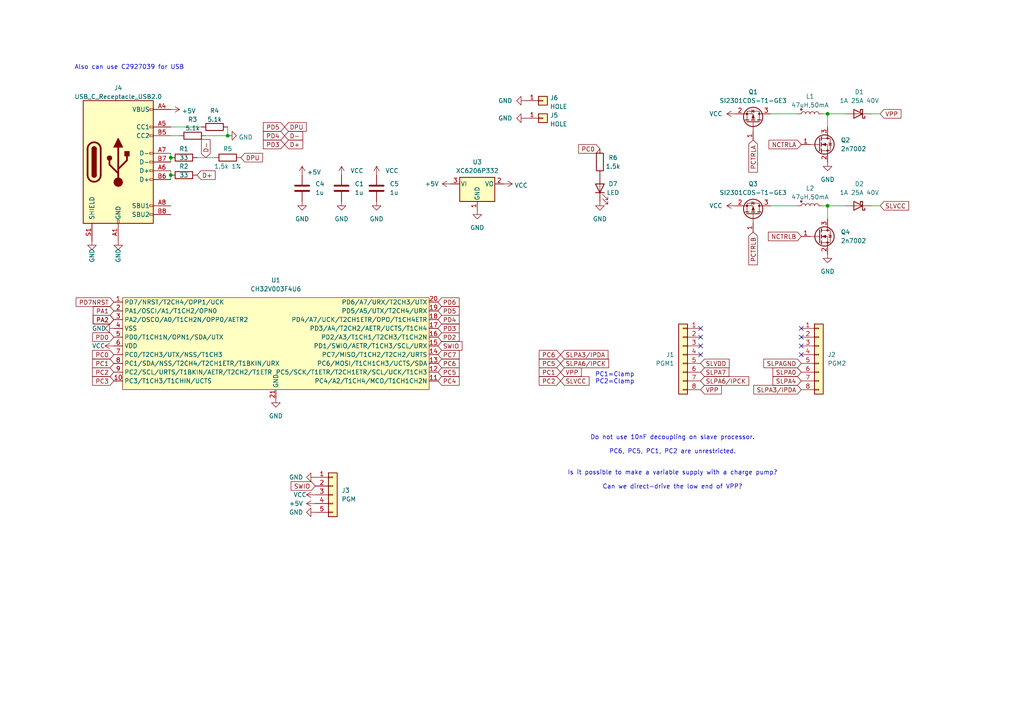
<source format=kicad_sch>
(kicad_sch (version 20250114) (generator "eeschema") (generator_version "9.0")
  (paper "A4")
  (lib_symbols
    (symbol "CH32V003F4U6:CH32V003F4U6"
      (property "Reference" "U" (at 0 0 0))
      (property "Value" "CH32V003F4U6" (at 0 3.81 0))
      (symbol "CH32V003F4U6_0_1"
        (rectangle (start -44.45 12.7) (end 44.45 -13.97) (fill (type background)))
      )
      (symbol "CH32V003F4U6_1_1"
        (pin bidirectional line (at -46.99 11.43 0) (length 2.54) (name "PD7/NRST/T2CH4/OPP1/UCK") (number "1"))
        (pin bidirectional line (at -46.99 8.89 0) (length 2.54) (name "PA1/OSCI/A1/T1CH2/OPN0") (number "2"))
        (pin bidirectional line (at -46.99 6.35 0) (length 2.54) (name "PA2/OSCO/A0/T1CH2N/OPP0/AETR2") (number "3"))
        (pin bidirectional line (at -46.99 3.81 0) (length 2.54) (name "VSS") (number "4"))
        (pin bidirectional line (at -46.99 1.27 0) (length 2.54) (name "PD0/T1CH1N/OPN1/SDA/UTX") (number "5"))
        (pin bidirectional line (at -46.99 -1.27 0) (length 2.54) (name "VDD") (number "6"))
        (pin bidirectional line (at -46.99 -3.81 0) (length 2.54) (name "PC0/T2CH3/UTX/NSS/T1CH3") (number "7"))
        (pin bidirectional line (at -46.99 -6.35 0) (length 2.54) (name "PC1/SDA/NSS/T2CH4/T2CH1ETR/T1BKIN/URX") (number "8"))
        (pin bidirectional line (at -46.99 -8.89 0) (length 2.54) (name "PC2/SCL/URTS/T1BKIN/AETR/T2CH2/T1ETR") (number "9"))
        (pin bidirectional line (at -46.99 -11.43 0) (length 2.54) (name "PC3/T1CH3/T1CHIN/UCTS") (number "10"))
        (pin bidirectional line (at 0 -16.51 90) (length 2.54) (name "GND") (number "21"))
        (pin bidirectional line (at 46.99 11.43 180) (length 2.54) (name "PD6/A7/URX/T2CH3/UTX") (number "20"))
        (pin bidirectional line (at 46.99 8.89 180) (length 2.54) (name "PD5/A5/UTX/T2CH4/URX") (number "19"))
        (pin bidirectional line (at 46.99 6.35 180) (length 2.54) (name "PD4/A7/UCK/T2CH1ETR/OPO/T1CH4ETR") (number "18"))
        (pin bidirectional line (at 46.99 3.81 180) (length 2.54) (name "PD3/A4/T2CH2/AETR/UCTS/T1CH4") (number "17"))
        (pin bidirectional line (at 46.99 1.27 180) (length 2.54) (name "PD2/A3/T1CH1/T2CH3/T1CH2N") (number "16"))
        (pin bidirectional line (at 46.99 -1.27 180) (length 2.54) (name "PD1/SWIO/AETR/T1CH3/SCL/URX") (number "15"))
        (pin bidirectional line (at 46.99 -3.81 180) (length 2.54) (name "PC7/MISO/T1CH2/T2CH2/URTS") (number "14"))
        (pin bidirectional line (at 46.99 -6.35 180) (length 2.54) (name "PC6/MOSI/T1CH1CH3/UCTS/SDA") (number "13"))
        (pin bidirectional line (at 46.99 -8.89 180) (length 2.54) (name "PC5/SCK/T1ETR/T2CH1ETR/SCL/UCK/T1CH3") (number "12"))
        (pin bidirectional line (at 46.99 -11.43 180) (length 2.54) (name "PC4/A2/T1CH4/MCO/T1CH1CH2N") (number "11"))
      )
    )
    (symbol "Connector:USB_C_Receptacle_USB2.0" (pin_names (offset 1.016))
      (property "Reference" "J" (at -10.16 19.05 0))
      (property "Value" "USB_C_Receptacle_USB2.0" (at 19.05 19.05 0))
      (symbol "USB_C_Receptacle_USB2.0_0_0"
        (rectangle (start -0.254 -17.78) (end 0.254 -16.764))
        (rectangle (start 10.16 15.494) (end 9.144 14.986))
        (rectangle (start 10.16 10.414) (end 9.144 9.906))
        (rectangle (start 10.16 7.874) (end 9.144 7.366))
        (rectangle (start 10.16 2.794) (end 9.144 2.286))
        (rectangle (start 10.16 0.254) (end 9.144 -0.254))
        (rectangle (start 10.16 -2.286) (end 9.144 -2.794))
        (rectangle (start 10.16 -4.826) (end 9.144 -5.334))
        (rectangle (start 10.16 -12.446) (end 9.144 -12.954))
        (rectangle (start 10.16 -14.986) (end 9.144 -15.494))
      )
      (symbol "USB_C_Receptacle_USB2.0_0_1"
        (rectangle (start -10.16 17.78) (end 10.16 -17.78) (stroke (width 0.254)) (fill (type background)))
        (polyline (pts (xy -8.89 -3.81) (xy -8.89 3.81)) (stroke (width 0.508)))
        (rectangle (start -7.62 -3.81) (end -6.35 3.81) (stroke (width 0.254)) (fill (type outline)))
        (arc (start -7.62 3.81) (mid -6.985 4.4422) (end -6.35 3.81) (stroke (width 0.254)))
        (arc (start -7.62 3.81) (mid -6.985 4.4422) (end -6.35 3.81) (stroke (width 0.254)) (fill (type outline)))
        (arc (start -8.89 3.81) (mid -6.985 5.7066) (end -5.08 3.81) (stroke (width 0.508)))
        (arc (start -5.08 -3.81) (mid -6.985 -5.7066) (end -8.89 -3.81) (stroke (width 0.508)))
        (arc (start -6.35 -3.81) (mid -6.985 -4.4422) (end -7.62 -3.81) (stroke (width 0.254)))
        (arc (start -6.35 -3.81) (mid -6.985 -4.4422) (end -7.62 -3.81) (stroke (width 0.254)) (fill (type outline)))
        (polyline (pts (xy -5.08 3.81) (xy -5.08 -3.81)) (stroke (width 0.508)))
        (circle (center -2.54 1.143) (radius 0.635) (stroke (width 0.254)) (fill (type outline)))
        (polyline (pts (xy -1.27 4.318) (xy 0 6.858) (xy 1.27 4.318) (xy -1.27 4.318)) (stroke (width 0.254)) (fill (type outline)))
        (polyline (pts (xy 0 -2.032) (xy 2.54 0.508) (xy 2.54 1.778)) (stroke (width 0.508)))
        (polyline (pts (xy 0 -3.302) (xy -2.54 -0.762) (xy -2.54 0.508)) (stroke (width 0.508)))
        (polyline (pts (xy 0 -5.842) (xy 0 4.318)) (stroke (width 0.508)))
        (circle (center 0 -5.842) (radius 1.27) (fill (type outline)))
        (rectangle (start 1.905 1.778) (end 3.175 3.048) (stroke (width 0.254)) (fill (type outline)))
      )
      (symbol "USB_C_Receptacle_USB2.0_1_1"
        (pin passive line (at -7.62 -22.86 90) (length 5.08) (name "SHIELD") (number "S1"))
        (pin passive line (at 0 -22.86 90) (length 5.08) (name "GND") (number "A1"))
        (pin passive line (at 0 -22.86 90) (length 5.08) (hide yes) (name "GND") (number "A12"))
        (pin passive line (at 0 -22.86 90) (length 5.08) (hide yes) (name "GND") (number "B1"))
        (pin passive line (at 0 -22.86 90) (length 5.08) (hide yes) (name "GND") (number "B12"))
        (pin passive line (at 15.24 15.24 180) (length 5.08) (name "VBUS") (number "A4"))
        (pin passive line (at 15.24 15.24 180) (length 5.08) (hide yes) (name "VBUS") (number "A9"))
        (pin passive line (at 15.24 15.24 180) (length 5.08) (hide yes) (name "VBUS") (number "B4"))
        (pin passive line (at 15.24 15.24 180) (length 5.08) (hide yes) (name "VBUS") (number "B9"))
        (pin bidirectional line (at 15.24 10.16 180) (length 5.08) (name "CC1") (number "A5"))
        (pin bidirectional line (at 15.24 7.62 180) (length 5.08) (name "CC2") (number "B5"))
        (pin bidirectional line (at 15.24 2.54 180) (length 5.08) (name "D-") (number "A7"))
        (pin bidirectional line (at 15.24 0 180) (length 5.08) (name "D-") (number "B7"))
        (pin bidirectional line (at 15.24 -2.54 180) (length 5.08) (name "D+") (number "A6"))
        (pin bidirectional line (at 15.24 -5.08 180) (length 5.08) (name "D+") (number "B6"))
        (pin bidirectional line (at 15.24 -12.7 180) (length 5.08) (name "SBU1") (number "A8"))
        (pin bidirectional line (at 15.24 -15.24 180) (length 5.08) (name "SBU2") (number "B8"))
      )
    )
    (symbol "Connector_Generic:Conn_01x01" (pin_names (offset 1.016) (hide yes))
      (property "Reference" "J" (at 0 2.54 0))
      (property "Value" "Conn_01x01" (at 0 -2.54 0))
      (symbol "Conn_01x01_1_1"
        (rectangle (start -1.27 1.27) (end 1.27 -1.27) (stroke (width 0.254)) (fill (type background)))
        (rectangle (start -1.27 0.127) (end 0 -0.127) (stroke (width 0.1524)))
        (pin passive line (at -5.08 0 0) (length 3.81) (name "Pin_1") (number "1"))
      )
    )
    (symbol "Connector_Generic:Conn_01x05" (pin_names (offset 1.016) (hide yes))
      (property "Reference" "J" (at 0 7.62 0))
      (property "Value" "Conn_01x05" (at 0 -7.62 0))
      (symbol "Conn_01x05_1_1"
        (rectangle (start -1.27 6.35) (end 1.27 -6.35) (stroke (width 0.254)) (fill (type background)))
        (rectangle (start -1.27 5.207) (end 0 4.953) (stroke (width 0.1524)))
        (rectangle (start -1.27 2.667) (end 0 2.413) (stroke (width 0.1524)))
        (rectangle (start -1.27 0.127) (end 0 -0.127) (stroke (width 0.1524)))
        (rectangle (start -1.27 -2.413) (end 0 -2.667) (stroke (width 0.1524)))
        (rectangle (start -1.27 -4.953) (end 0 -5.207) (stroke (width 0.1524)))
        (pin passive line (at -5.08 5.08 0) (length 3.81) (name "Pin_1") (number "1"))
        (pin passive line (at -5.08 2.54 0) (length 3.81) (name "Pin_2") (number "2"))
        (pin passive line (at -5.08 0 0) (length 3.81) (name "Pin_3") (number "3"))
        (pin passive line (at -5.08 -2.54 0) (length 3.81) (name "Pin_4") (number "4"))
        (pin passive line (at -5.08 -5.08 0) (length 3.81) (name "Pin_5") (number "5"))
      )
    )
    (symbol "Connector_Generic:Conn_01x08" (pin_names (offset 1.016) (hide yes))
      (property "Reference" "J" (at 0 10.16 0))
      (property "Value" "Conn_01x08" (at 0 -12.7 0))
      (symbol "Conn_01x08_1_1"
        (rectangle (start -1.27 8.89) (end 1.27 -11.43) (stroke (width 0.254)) (fill (type background)))
        (rectangle (start -1.27 7.747) (end 0 7.493) (stroke (width 0.1524)))
        (rectangle (start -1.27 5.207) (end 0 4.953) (stroke (width 0.1524)))
        (rectangle (start -1.27 2.667) (end 0 2.413) (stroke (width 0.1524)))
        (rectangle (start -1.27 0.127) (end 0 -0.127) (stroke (width 0.1524)))
        (rectangle (start -1.27 -2.413) (end 0 -2.667) (stroke (width 0.1524)))
        (rectangle (start -1.27 -4.953) (end 0 -5.207) (stroke (width 0.1524)))
        (rectangle (start -1.27 -7.493) (end 0 -7.747) (stroke (width 0.1524)))
        (rectangle (start -1.27 -10.033) (end 0 -10.287) (stroke (width 0.1524)))
        (pin passive line (at -5.08 7.62 0) (length 3.81) (name "Pin_1") (number "1"))
        (pin passive line (at -5.08 5.08 0) (length 3.81) (name "Pin_2") (number "2"))
        (pin passive line (at -5.08 2.54 0) (length 3.81) (name "Pin_3") (number "3"))
        (pin passive line (at -5.08 0 0) (length 3.81) (name "Pin_4") (number "4"))
        (pin passive line (at -5.08 -2.54 0) (length 3.81) (name "Pin_5") (number "5"))
        (pin passive line (at -5.08 -5.08 0) (length 3.81) (name "Pin_6") (number "6"))
        (pin passive line (at -5.08 -7.62 0) (length 3.81) (name "Pin_7") (number "7"))
        (pin passive line (at -5.08 -10.16 0) (length 3.81) (name "Pin_8") (number "8"))
      )
    )
    (symbol "Device:C" (pin_numbers (hide yes)) (pin_names (offset 0.254))
      (property "Reference" "C" (at 0.635 2.54 0))
      (property "Value" "C" (at 0.635 -2.54 0))
      (symbol "C_0_1"
        (polyline (pts (xy -2.032 0.762) (xy 2.032 0.762)) (stroke (width 0.508)))
        (polyline (pts (xy -2.032 -0.762) (xy 2.032 -0.762)) (stroke (width 0.508)))
      )
      (symbol "C_1_1"
        (pin passive line (at 0 3.81 270) (length 2.794) (name "~") (number "1"))
        (pin passive line (at 0 -3.81 90) (length 2.794) (name "~") (number "2"))
      )
    )
    (symbol "Device:D_Schottky" (pin_numbers (hide yes)) (pin_names (offset 1.016) (hide yes))
      (property "Reference" "D" (at 0 2.54 0))
      (property "Value" "D_Schottky" (at 0 -2.54 0))
      (symbol "D_Schottky_0_1"
        (polyline (pts (xy -1.905 0.635) (xy -1.905 1.27) (xy -1.27 1.27) (xy -1.27 -1.27) (xy -0.635 -1.27) (xy -0.635 -0.635)) (stroke (width 0.254)))
        (polyline (pts (xy 1.27 1.27) (xy 1.27 -1.27) (xy -1.27 0) (xy 1.27 1.27)) (stroke (width 0.254)))
        (polyline (pts (xy 1.27 0) (xy -1.27 0)))
      )
      (symbol "D_Schottky_1_1"
        (pin passive line (at -3.81 0 0) (length 2.54) (name "K") (number "1"))
        (pin passive line (at 3.81 0 180) (length 2.54) (name "A") (number "2"))
      )
    )
    (symbol "Device:L" (pin_numbers (hide yes)) (pin_names (offset 1.016) (hide yes))
      (property "Reference" "L1" (at 5.08 0 90))
      (property "Value" "47uH,50mA" (at 2.54 0 90))
      (symbol "L_0_1"
        (arc (start 0 2.54) (mid 0.6323 1.905) (end 0 1.27))
        (arc (start 0 1.27) (mid 0.6323 0.635) (end 0 0))
        (arc (start 0 0) (mid 0.6323 -0.635) (end 0 -1.27))
        (arc (start 0 -1.27) (mid 0.6323 -1.905) (end 0 -2.54))
      )
      (symbol "L_1_1"
        (circle (center 1.27 2.54) (radius 0.254) (fill (type outline)))
        (pin passive line (at 0 3.81 270) (length 1.27) (name "1") (number "1"))
        (pin passive line (at 0 -3.81 90) (length 1.27) (name "2") (number "2"))
      )
    )
    (symbol "Device:LED" (pin_numbers (hide yes)) (pin_names (offset 1.016) (hide yes))
      (property "Reference" "D" (at 0 2.54 0))
      (property "Value" "LED" (at 0 -2.54 0))
      (symbol "LED_0_1"
        (polyline (pts (xy -3.048 -0.762) (xy -4.572 -2.286) (xy -3.81 -2.286) (xy -4.572 -2.286) (xy -4.572 -1.524)))
        (polyline (pts (xy -1.778 -0.762) (xy -3.302 -2.286) (xy -2.54 -2.286) (xy -3.302 -2.286) (xy -3.302 -1.524)))
        (polyline (pts (xy -1.27 0) (xy 1.27 0)))
        (polyline (pts (xy -1.27 -1.27) (xy -1.27 1.27)) (stroke (width 0.254)))
        (polyline (pts (xy 1.27 -1.27) (xy 1.27 1.27) (xy -1.27 0) (xy 1.27 -1.27)) (stroke (width 0.254)))
      )
      (symbol "LED_1_1"
        (pin passive line (at -3.81 0 0) (length 2.54) (name "K") (number "1"))
        (pin passive line (at 3.81 0 180) (length 2.54) (name "A") (number "2"))
      )
    )
    (symbol "Device:Q_NMOS_GSD" (pin_names (offset 0) (hide yes))
      (property "Reference" "Q" (at 5.08 1.27 0))
      (property "Value" "Q_NMOS_GSD" (at 5.08 -1.27 0))
      (symbol "Q_NMOS_GSD_0_1"
        (polyline (pts (xy 0.254 1.905) (xy 0.254 -1.905)) (stroke (width 0.254)))
        (polyline (pts (xy 0.254 0) (xy -2.54 0)))
        (polyline (pts (xy 0.762 2.286) (xy 0.762 1.27)) (stroke (width 0.254)))
        (polyline (pts (xy 0.762 0.508) (xy 0.762 -0.508)) (stroke (width 0.254)))
        (polyline (pts (xy 0.762 -1.27) (xy 0.762 -2.286)) (stroke (width 0.254)))
        (polyline (pts (xy 0.762 -1.778) (xy 3.302 -1.778) (xy 3.302 1.778) (xy 0.762 1.778)))
        (polyline (pts (xy 1.016 0) (xy 2.032 0.381) (xy 2.032 -0.381) (xy 1.016 0)) (fill (type outline)))
        (circle (center 1.651 0) (radius 2.794) (stroke (width 0.254)))
        (polyline (pts (xy 2.54 2.54) (xy 2.54 1.778)))
        (circle (center 2.54 1.778) (radius 0.254) (fill (type outline)))
        (circle (center 2.54 -1.778) (radius 0.254) (fill (type outline)))
        (polyline (pts (xy 2.54 -2.54) (xy 2.54 0) (xy 0.762 0)))
        (polyline (pts (xy 2.794 0.508) (xy 2.921 0.381) (xy 3.683 0.381) (xy 3.81 0.254)))
        (polyline (pts (xy 3.302 0.381) (xy 2.921 -0.254) (xy 3.683 -0.254) (xy 3.302 0.381)))
      )
      (symbol "Q_NMOS_GSD_1_1"
        (pin input line (at -5.08 0 0) (length 2.54) (name "G") (number "1"))
        (pin passive line (at 2.54 5.08 270) (length 2.54) (name "D") (number "3"))
        (pin passive line (at 2.54 -5.08 90) (length 2.54) (name "S") (number "2"))
      )
    )
    (symbol "Device:Q_PMOS_GSD" (pin_names (offset 0) (hide yes))
      (property "Reference" "Q" (at 5.08 1.27 0))
      (property "Value" "Q_PMOS_GSD" (at 5.08 -1.27 0))
      (symbol "Q_PMOS_GSD_0_1"
        (polyline (pts (xy 0.254 1.905) (xy 0.254 -1.905)) (stroke (width 0.254)))
        (polyline (pts (xy 0.254 0) (xy -2.54 0)))
        (polyline (pts (xy 0.762 2.286) (xy 0.762 1.27)) (stroke (width 0.254)))
        (polyline (pts (xy 0.762 1.778) (xy 3.302 1.778) (xy 3.302 -1.778) (xy 0.762 -1.778)))
        (polyline (pts (xy 0.762 0.508) (xy 0.762 -0.508)) (stroke (width 0.254)))
        (polyline (pts (xy 0.762 -1.27) (xy 0.762 -2.286)) (stroke (width 0.254)))
        (circle (center 1.651 0) (radius 2.794) (stroke (width 0.254)))
        (polyline (pts (xy 2.286 0) (xy 1.27 0.381) (xy 1.27 -0.381) (xy 2.286 0)) (fill (type outline)))
        (polyline (pts (xy 2.54 2.54) (xy 2.54 1.778)))
        (circle (center 2.54 1.778) (radius 0.254) (fill (type outline)))
        (circle (center 2.54 -1.778) (radius 0.254) (fill (type outline)))
        (polyline (pts (xy 2.54 -2.54) (xy 2.54 0) (xy 0.762 0)))
        (polyline (pts (xy 2.794 -0.508) (xy 2.921 -0.381) (xy 3.683 -0.381) (xy 3.81 -0.254)))
        (polyline (pts (xy 3.302 -0.381) (xy 2.921 0.254) (xy 3.683 0.254) (xy 3.302 -0.381)))
      )
      (symbol "Q_PMOS_GSD_1_1"
        (pin input line (at -5.08 0 0) (length 2.54) (name "G") (number "1"))
        (pin passive line (at 2.54 5.08 270) (length 2.54) (name "D") (number "3"))
        (pin passive line (at 2.54 -5.08 90) (length 2.54) (name "S") (number "2"))
      )
    )
    (symbol "Device:R" (pin_numbers (hide yes)) (pin_names (offset 0))
      (property "Reference" "R" (at 2.032 0 90))
      (property "Value" "R" (at 0 0 90))
      (symbol "R_0_1"
        (rectangle (start -1.016 -2.54) (end 1.016 2.54) (stroke (width 0.254)))
      )
      (symbol "R_1_1"
        (pin passive line (at 0 3.81 270) (length 1.27) (name "~") (number "1"))
        (pin passive line (at 0 -3.81 90) (length 1.27) (name "~") (number "2"))
      )
    )
    (symbol "Regulator_Linear:AZ1117-5.0" (pin_names (offset 0.254))
      (property "Reference" "U" (at -3.81 3.175 0))
      (property "Value" "AZ1117-5.0" (at 0 3.175 0))
      (symbol "AZ1117-5.0_0_1"
        (rectangle (start -5.08 1.905) (end 5.08 -5.08) (stroke (width 0.254)) (fill (type background)))
      )
      (symbol "AZ1117-5.0_1_1"
        (pin power_in line (at -7.62 0 0) (length 2.54) (name "VI") (number "3"))
        (pin power_in line (at 0 -7.62 90) (length 2.54) (name "GND") (number "1"))
        (pin power_out line (at 7.62 0 180) (length 2.54) (name "VO") (number "2"))
      )
    )
    (symbol "power:+5V" (power) (pin_names (offset 0))
      (property "Value" "+5V" (at 0 3.556 0))
      (symbol "+5V_0_1"
        (polyline (pts (xy -0.762 1.27) (xy 0 2.54)))
        (polyline (pts (xy 0 2.54) (xy 0.762 1.27)))
        (polyline (pts (xy 0 0) (xy 0 2.54)))
      )
      (symbol "+5V_1_1"
        (pin power_in line (at 0 0 90) (length 0) (hide yes) (name "+5V") (number "1"))
      )
    )
    (symbol "power:GND" (power) (pin_names (offset 0))
      (property "Value" "GND" (at 0 -3.81 0))
      (symbol "GND_0_1"
        (polyline (pts (xy 0 0) (xy 0 -1.27) (xy 1.27 -1.27) (xy 0 -2.54) (xy -1.27 -1.27) (xy 0 -1.27)))
      )
      (symbol "GND_1_1"
        (pin power_in line (at 0 0 270) (length 0) (hide yes) (name "GND") (number "1"))
      )
    )
    (symbol "power:VCC" (power) (pin_names (offset 0))
      (property "Value" "VCC" (at 0 3.81 0))
      (symbol "VCC_0_1"
        (polyline (pts (xy -0.762 1.27) (xy 0 2.54)))
        (polyline (pts (xy 0 2.54) (xy 0.762 1.27)))
        (polyline (pts (xy 0 0) (xy 0 2.54)))
      )
      (symbol "VCC_1_1"
        (pin power_in line (at 0 0 90) (length 0) (hide yes) (name "VCC") (number "1"))
      )
    )
  )
  (text "PC1=Clamp\nPC2=Clamp" (at 178.308 109.728 0) (effects (font (size 1.27 1.27))))
  (text "Also can use C2927039 for USB" (at 21.59 20.32 0) (effects (font (size 1.27 1.27)) (justify left bottom)))
  (text "Do not use 10nF decoupling on slave processor.\n\nPC6, PC5, PC1, PC2 are unrestricted.\n\n\nIs it possible to make a variable supply with a charge pump?\n\nCan we direct-drive the low end of VPP?" (at 195.072 134.112 0) (effects (font (size 1.27 1.27))))
  (junction (at 49.53 50.8))
  (junction (at 66.04 39.37))
  (junction (at 49.53 45.72))
  (junction (at 240.03 59.69))
  (junction (at 240.03 33.02))
  (no_connect (at 232.41 102.87))
  (no_connect (at 203.2 100.33))
  (no_connect (at 232.41 100.33))
  (no_connect (at 203.2 97.79))
  (no_connect (at 203.2 95.25))
  (no_connect (at 232.41 97.79))
  (no_connect (at 203.2 102.87))
  (no_connect (at 232.41 95.25))
  (wire (pts (xy 57.15 45.72) (xy 62.23 45.72)))
  (wire (pts (xy 255.27 33.02) (xy 252.73 33.02)))
  (wire (pts (xy 240.03 59.69) (xy 240.03 63.5)))
  (wire (pts (xy 52.07 39.37) (xy 49.53 39.37)))
  (wire (pts (xy 223.52 59.69) (xy 231.14 59.69)))
  (wire (pts (xy 66.04 39.37) (xy 66.04 36.83)))
  (wire (pts (xy 49.53 49.53) (xy 49.53 50.8)))
  (wire (pts (xy 245.11 33.02) (xy 240.03 33.02)))
  (wire (pts (xy 49.53 45.72) (xy 49.53 46.99)))
  (wire (pts (xy 240.03 59.69) (xy 238.76 59.69)))
  (wire (pts (xy 223.52 33.02) (xy 231.14 33.02)))
  (wire (pts (xy 59.69 39.37) (xy 66.04 39.37)))
  (wire (pts (xy 245.11 59.69) (xy 240.03 59.69)))
  (wire (pts (xy 255.27 59.69) (xy 252.73 59.69)))
  (wire (pts (xy 240.03 33.02) (xy 238.76 33.02)))
  (wire (pts (xy 49.53 44.45) (xy 49.53 45.72)))
  (wire (pts (xy 58.42 36.83) (xy 49.53 36.83)))
  (wire (pts (xy 49.53 50.8) (xy 49.53 52.07)))
  (wire (pts (xy 240.03 33.02) (xy 240.03 36.83)))
  (global_label "PD6" (shape input) (at 127 87.63 0) (property "Intersheetrefs" "${INTERSHEET_REFS}" (effects (hide yes))))
  (global_label "NCTRLA" (shape input) (at 232.41 41.91 180) (property "Intersheetrefs" "${INTERSHEET_REFS}" (effects (hide yes))))
  (global_label "D+" (shape input) (at 82.55 41.91 0) (property "Intersheetrefs" "${INTERSHEET_REFS}" (effects (hide yes))))
  (global_label "PC2" (shape input) (at 162.56 110.49 180) (property "Intersheetrefs" "${INTERSHEET_REFS}" (effects (hide yes))))
  (global_label "SLPA3{slash}IPDA" (shape input) (at 162.56 102.87 0) (property "Intersheetrefs" "${INTERSHEET_REFS}" (effects (hide yes))))
  (global_label "PD2" (shape input) (at 127 97.79 0) (property "Intersheetrefs" "${INTERSHEET_REFS}" (effects (hide yes))))
  (global_label "PC5" (shape input) (at 162.56 105.41 180) (property "Intersheetrefs" "${INTERSHEET_REFS}" (effects (hide yes))))
  (global_label "PCTRLB" (shape input) (at 218.44 67.31 270) (property "Intersheetrefs" "${INTERSHEET_REFS}" (effects (hide yes))))
  (global_label "PC0" (shape input) (at 173.99 43.18 180) (property "Intersheetrefs" "${INTERSHEET_REFS}" (effects (hide yes))))
  (global_label "PC5" (shape input) (at 127 107.95 0) (property "Intersheetrefs" "${INTERSHEET_REFS}" (effects (hide yes))))
  (global_label "PA2" (shape input) (at 33.02 92.71 180) (property "Intersheetrefs" "${INTERSHEET_REFS}" (effects (hide yes))))
  (global_label "SLPA6{slash}IPCK" (shape input) (at 162.56 105.41 0) (property "Intersheetrefs" "${INTERSHEET_REFS}" (effects (hide yes))))
  (global_label "PC0" (shape input) (at 33.02 102.87 180) (property "Intersheetrefs" "${INTERSHEET_REFS}" (effects (hide yes))))
  (global_label "PD4" (shape input) (at 127 92.71 0) (property "Intersheetrefs" "${INTERSHEET_REFS}" (effects (hide yes))))
  (global_label "PC3" (shape input) (at 33.02 110.49 180) (property "Intersheetrefs" "${INTERSHEET_REFS}" (effects (hide yes))))
  (global_label "PA1" (shape input) (at 33.02 90.17 180) (property "Intersheetrefs" "${INTERSHEET_REFS}" (effects (hide yes))))
  (global_label "SLPA4" (shape input) (at 232.41 110.49 180) (property "Intersheetrefs" "${INTERSHEET_REFS}" (effects (hide yes))))
  (global_label "SLPA7" (shape input) (at 203.2 107.95 0) (property "Intersheetrefs" "${INTERSHEET_REFS}" (effects (hide yes))))
  (global_label "PD7NRST" (shape input) (at 33.02 87.63 180) (property "Intersheetrefs" "${INTERSHEET_REFS}" (effects (hide yes))))
  (global_label "SLPA6{slash}IPCK" (shape input) (at 203.2 110.49 0) (property "Intersheetrefs" "${INTERSHEET_REFS}" (effects (hide yes))))
  (global_label "PC1" (shape input) (at 33.02 105.41 180) (property "Intersheetrefs" "${INTERSHEET_REFS}" (effects (hide yes))))
  (global_label "PC1" (shape input) (at 162.56 107.95 180) (property "Intersheetrefs" "${INTERSHEET_REFS}" (effects (hide yes))))
  (global_label "D-" (shape input) (at 82.55 39.37 0) (property "Intersheetrefs" "${INTERSHEET_REFS}" (effects (hide yes))))
  (global_label "VPP" (shape input) (at 255.27 33.02 0) (property "Intersheetrefs" "${INTERSHEET_REFS}" (effects (hide yes))))
  (global_label "PD4" (shape input) (at 82.55 39.37 180) (property "Intersheetrefs" "${INTERSHEET_REFS}" (effects (hide yes))))
  (global_label "SLVCC" (shape input) (at 255.27 59.69 0) (property "Intersheetrefs" "${INTERSHEET_REFS}" (effects (hide yes))))
  (global_label "PD3" (shape input) (at 127 95.25 0) (property "Intersheetrefs" "${INTERSHEET_REFS}" (effects (hide yes))))
  (global_label "D-" (shape input) (at 59.69 45.72 90) (property "Intersheetrefs" "${INTERSHEET_REFS}" (effects (hide yes))))
  (global_label "PC7" (shape input) (at 127 102.87 0) (property "Intersheetrefs" "${INTERSHEET_REFS}" (effects (hide yes))))
  (global_label "DPU" (shape input) (at 69.85 45.72 0) (property "Intersheetrefs" "${INTERSHEET_REFS}" (effects (hide yes))))
  (global_label "DPU" (shape input) (at 82.55 36.83 0) (property "Intersheetrefs" "${INTERSHEET_REFS}" (effects (hide yes))))
  (global_label "PCTRLA" (shape input) (at 218.44 40.64 270) (property "Intersheetrefs" "${INTERSHEET_REFS}" (effects (hide yes))))
  (global_label "D+" (shape input) (at 57.15 50.8 0) (property "Intersheetrefs" "${INTERSHEET_REFS}" (effects (hide yes))))
  (global_label "PD0" (shape input) (at 33.02 97.79 180) (property "Intersheetrefs" "${INTERSHEET_REFS}" (effects (hide yes))))
  (global_label "PC6" (shape input) (at 127 105.41 0) (property "Intersheetrefs" "${INTERSHEET_REFS}" (effects (hide yes))))
  (global_label "VPP" (shape input) (at 203.2 113.03 0) (property "Intersheetrefs" "${INTERSHEET_REFS}" (effects (hide yes))))
  (global_label "SWIO" (shape input) (at 91.44 140.97 180) (property "Intersheetrefs" "${INTERSHEET_REFS}" (effects (hide yes))))
  (global_label "NCTRLB" (shape input) (at 232.41 68.58 180) (property "Intersheetrefs" "${INTERSHEET_REFS}" (effects (hide yes))))
  (global_label "SLVCC" (shape input) (at 162.56 110.49 0) (property "Intersheetrefs" "${INTERSHEET_REFS}" (effects (hide yes))))
  (global_label "VPP" (shape input) (at 162.56 107.95 0) (property "Intersheetrefs" "${INTERSHEET_REFS}" (effects (hide yes))))
  (global_label "PC2" (shape input) (at 33.02 107.95 180) (property "Intersheetrefs" "${INTERSHEET_REFS}" (effects (hide yes))))
  (global_label "PD5" (shape input) (at 127 90.17 0) (property "Intersheetrefs" "${INTERSHEET_REFS}" (effects (hide yes))))
  (global_label "PD3" (shape input) (at 82.55 41.91 180) (property "Intersheetrefs" "${INTERSHEET_REFS}" (effects (hide yes))))
  (global_label "PA2" (shape input) (at 33.02 92.71 180) (property "Intersheetrefs" "${INTERSHEET_REFS}" (effects (hide yes))))
  (global_label "PC6" (shape input) (at 162.56 102.87 180) (property "Intersheetrefs" "${INTERSHEET_REFS}" (effects (hide yes))))
  (global_label "PC4" (shape input) (at 127 110.49 0) (property "Intersheetrefs" "${INTERSHEET_REFS}" (effects (hide yes))))
  (global_label "SLPA0" (shape input) (at 232.41 107.95 180) (property "Intersheetrefs" "${INTERSHEET_REFS}" (effects (hide yes))))
  (global_label "SLPAGND" (shape input) (at 232.41 105.41 180) (property "Intersheetrefs" "${INTERSHEET_REFS}" (effects (hide yes))))
  (global_label "SLPA3{slash}IPDA" (shape input) (at 232.41 113.03 180) (property "Intersheetrefs" "${INTERSHEET_REFS}" (effects (hide yes))))
  (global_label "PD5" (shape input) (at 82.55 36.83 180) (property "Intersheetrefs" "${INTERSHEET_REFS}" (effects (hide yes))))
  (global_label "SLVDD" (shape input) (at 203.2 105.41 0) (property "Intersheetrefs" "${INTERSHEET_REFS}" (effects (hide yes))))
  (global_label "SWIO" (shape input) (at 127 100.33 0) (property "Intersheetrefs" "${INTERSHEET_REFS}" (effects (hide yes))))
  (symbol (lib_id "power:GND") (at 152.4 34.29 270) (unit 1)
    (property "Reference" "#PWR0132" (effects (hide yes)))
    (property "Value" "GND" (at 148.59 34.29 90) (effects (justify right)))
  )
  (symbol (lib_id "power:GND") (at 99.06 58.42 0) (unit 1)
    (property "Reference" "#PWR0103" (effects (hide yes)))
    (property "Value" "GND" (at 99.06 63.5 0))
  )
  (symbol (lib_id "power:VCC") (at 99.06 50.8 0) (unit 1)
    (property "Reference" "#PWR0102" (effects (hide yes)))
    (property "Value" "VCC" (at 101.6 49.5299 0) (effects (justify left)))
  )
  (symbol (lib_id "Device:R") (at 66.04 45.72 90) (unit 1)
    (property "Reference" "R5" (at 66.04 43.18 90))
    (property "Value" "1.5k 1%" (at 66.04 48.26 90))
    (property "Footprint" "Resistor_SMD:R_0402_1005Metric" (effects (hide yes)))
    (property "LCSC" "C25867" (effects (hide yes)))
  )
  (symbol (lib_id "power:GND") (at 26.67 69.85 0) (unit 1)
    (property "Reference" "#PWR0120" (effects (hide yes)))
    (property "Value" "GND" (at 26.67 76.2 90) (effects (justify left)))
  )
  (symbol (lib_id "Device:C") (at 109.22 54.61 0) (unit 1)
    (property "Reference" "C5" (at 113.03 53.3399 0) (effects (justify left)))
    (property "Value" "1u" (at 113.03 55.8799 0) (effects (justify left)))
    (property "Footprint" "Capacitor_SMD:C_0402_1005Metric" (effects (hide yes)))
    (property "LCSC" "C15849" (effects (hide yes)))
  )
  (symbol (lib_id "Device:L") (at 234.95 59.69 90) (unit 1)
    (property "Reference" "L2" (at 234.95 54.61 90))
    (property "Value" "47uH,50mA" (at 234.95 57.15 90))
    (property "Footprint" "Inductor_SMD:L_0603_1608Metric" (effects (hide yes)))
    (property "Description" "Inductor" (effects (hide yes)))
    (property "LCSC" "C18221247" (effects (hide yes)))
  )
  (symbol (lib_id "power:GND") (at 240.03 46.99 0) (unit 1)
    (property "Reference" "#PWR08" (effects (hide yes)))
    (property "Value" "GND" (at 240.03 52.07 0))
  )
  (symbol (lib_id "power:GND") (at 138.43 60.96 0) (unit 1)
    (property "Reference" "#PWR05" (effects (hide yes)))
    (property "Value" "GND" (at 138.43 66.04 0))
  )
  (symbol (lib_id "power:GND") (at 91.44 138.43 270) (unit 1)
    (property "Reference" "#PWR0115" (effects (hide yes)))
    (property "Value" "GND" (at 83.82 138.43 90) (effects (justify left)))
  )
  (symbol (lib_id "power:+5V") (at 49.53 31.75 270) (unit 1)
    (property "Reference" "#PWR0133" (effects (hide yes)))
    (property "Value" "+5V" (at 52.705 32.1838 90) (effects (justify left)))
  )
  (symbol (lib_id "Device:L") (at 234.95 33.02 90) (unit 1)
    (property "Reference" "L1" (at 234.95 27.94 90))
    (property "Value" "47uH,50mA" (at 234.95 30.48 90))
    (property "Footprint" "Inductor_SMD:L_0603_1608Metric" (effects (hide yes)))
    (property "Description" "Inductor" (effects (hide yes)))
    (property "LCSC" "C18221247" (effects (hide yes)))
  )
  (symbol (lib_id "power:+5V") (at 87.63 50.8 0) (unit 1)
    (property "Reference" "#PWR0135" (effects (hide yes)))
    (property "Value" "+5V" (at 89.027 49.9638 0) (effects (justify left)))
  )
  (symbol (lib_id "power:GND") (at 152.4 29.21 270) (unit 1)
    (property "Reference" "#PWR09" (effects (hide yes)))
    (property "Value" "GND" (at 148.59 29.21 90) (effects (justify right)))
  )
  (symbol (lib_id "Connector:USB_C_Receptacle_USB2.0") (at 34.29 46.99 0) (unit 1)
    (property "Reference" "J4" (at 34.29 25.5102 0))
    (property "Value" "USB_C_Receptacle_USB2.0" (at 34.29 28.0471 0))
    (property "Footprint" "Connector_USB:USB_C_Receptacle_HRO_TYPE-C-31-M-12" (effects (hide yes)))
    (property "Datasheet" "https://www.usb.org/sites/default/files/documents/usb_type-c.zip" (effects (hide yes)))
    (property "LCSC" "C709358" (effects (hide yes)))
  )
  (symbol (lib_id "power:VCC") (at 109.22 50.8 0) (unit 1)
    (property "Reference" "#PWR0144" (effects (hide yes)))
    (property "Value" "VCC" (at 111.76 49.5299 0) (effects (justify left)))
  )
  (symbol (lib_id "Connector_Generic:Conn_01x05") (at 96.52 143.51 0) (unit 1)
    (property "Reference" "J3" (at 99.06 142.2399 0) (effects (justify left)))
    (property "Value" "PGM" (at 99.06 144.7799 0) (effects (justify left)))
    (property "Footprint" "Custom:PinHeader_1x05_P2.54mm_Vertical" (effects (hide yes)))
    (property "LCSC" "C358687" (effects (hide yes)))
  )
  (symbol (lib_id "Device:Q_NMOS_GSD") (at 237.49 41.91 0) (unit 1)
    (property "Reference" "Q2" (at 243.84 40.6399 0) (effects (justify left)))
    (property "Value" "2n7002" (at 243.84 43.1799 0) (effects (justify left)))
    (property "Footprint" "Package_TO_SOT_SMD:SOT-23" (effects (hide yes)))
    (property "Description" "N-MOSFET transistor, gate/source/drain" (effects (hide yes)))
    (property "LCSC" "C8545" (effects (hide yes)))
  )
  (symbol (lib_id "Device:Q_PMOS_GSD") (at 218.44 35.56 270) (mirror x) (unit 1)
    (property "Reference" "Q1" (at 218.44 26.67 90))
    (property "Value" "SI2301CDS-T1-GE3" (at 218.44 29.21 90))
    (property "Footprint" "Package_TO_SOT_SMD:SOT-23" (effects (hide yes)))
    (property "Description" "P-MOSFET transistor, gate/source/drain" (effects (hide yes)))
    (property "LCSC" "C10487" (effects (hide yes)))
  )
  (symbol (lib_id "Device:R") (at 53.34 50.8 90) (unit 1)
    (property "Reference" "R2" (at 53.34 48.26 90))
    (property "Value" "33" (at 53.34 50.8 90))
    (property "Footprint" "Resistor_SMD:R_0402_1005Metric" (effects (hide yes)))
    (property "LCSC" "C25105" (effects (hide yes)))
  )
  (symbol (lib_id "power:GND") (at 240.03 73.66 0) (unit 1)
    (property "Reference" "#PWR03" (effects (hide yes)))
    (property "Value" "GND" (at 240.03 78.74 0))
  )
  (symbol (lib_id "power:GND") (at 87.63 58.42 0) (unit 1)
    (property "Reference" "#PWR0134" (effects (hide yes)))
    (property "Value" "GND" (at 87.63 63.5 0))
  )
  (symbol (lib_id "power:VCC") (at 91.44 143.51 90) (unit 1)
    (property "Reference" "#PWR0106" (effects (hide yes)))
    (property "Value" "VCC" (at 85.09 143.51 90) (effects (justify right)))
  )
  (symbol (lib_id "Connector_Generic:Conn_01x08") (at 198.12 102.87 0) (mirror y) (unit 1)
    (property "Reference" "J1" (at 195.58 102.8699 0) (effects (justify left)))
    (property "Value" "PGM1" (at 195.58 105.4099 0) (effects (justify left)))
    (property "Description" "Generic connector, single row, 01x08, script generated (kicad-library-utils/schlib/autogen/connector/)" (effects (hide yes)))
  )
  (symbol (lib_id "power:+5V") (at 91.44 146.05 90) (unit 1)
    (property "Reference" "#PWR0113" (effects (hide yes)))
    (property "Value" "+5V" (at 83.82 146.05 90) (effects (justify right)))
  )
  (symbol (lib_id "power:VCC") (at 213.36 33.02 90) (unit 1)
    (property "Reference" "#PWR07" (effects (hide yes)))
    (property "Value" "VCC" (at 209.55 33.0199 90) (effects (justify left)))
  )
  (symbol (lib_id "Device:D_Schottky") (at 248.92 33.02 180) (unit 1)
    (property "Reference" "D1" (at 249.2375 26.67 0))
    (property "Value" "1A 25A 40V" (at 249.2375 29.21 0))
    (property "Footprint" "Diode_SMD:D_SOD-323_HandSoldering" (effects (hide yes)))
    (property "Description" "Schottky diode" (effects (hide yes)))
    (property "LCSC" "C191023" (effects (hide yes)))
  )
  (symbol (lib_id "power:VCC") (at 33.02 100.33 90) (unit 1)
    (property "Reference" "#PWR0111" (effects (hide yes)))
    (property "Value" "VCC" (at 26.67 100.33 90) (effects (justify right)))
  )
  (symbol (lib_id "power:GND") (at 109.22 58.42 0) (unit 1)
    (property "Reference" "#PWR0142" (effects (hide yes)))
    (property "Value" "GND" (at 109.22 63.5 0))
  )
  (symbol (lib_id "CH32V003F4U6:CH32V003F4U6") (at 80.01 99.06 0) (unit 1)
    (property "Reference" "U1" (at 80.01 81.28 0))
    (property "Value" "CH32V003F4U6" (at 80.01 83.82 0))
    (property "Footprint" "Package_DFN_QFN:QFN-20-1EP_3x3mm_P0.4mm_EP1.65x1.65mm" (effects (hide yes)))
    (property "LCSC" "C5299908" (effects (hide yes)))
  )
  (symbol (lib_id "Device:R") (at 62.23 36.83 90) (unit 1)
    (property "Reference" "R4" (at 62.23 32.1142 90))
    (property "Value" "5.1k" (at 62.23 34.6511 90))
    (property "Footprint" "Resistor_SMD:R_0402_1005Metric" (effects (hide yes)))
    (property "LCSC" "C25905" (effects (hide yes)))
  )
  (symbol (lib_id "Device:D_Schottky") (at 248.92 59.69 180) (unit 1)
    (property "Reference" "D2" (at 249.2375 53.34 0))
    (property "Value" "1A 25A 40V" (at 249.2375 55.88 0))
    (property "Footprint" "Diode_SMD:D_SOD-323_HandSoldering" (effects (hide yes)))
    (property "Description" "Schottky diode" (effects (hide yes)))
    (property "LCSC" "C191023" (effects (hide yes)))
  )
  (symbol (lib_id "power:GND") (at 33.02 95.25 270) (unit 1)
    (property "Reference" "#PWR0112" (effects (hide yes)))
    (property "Value" "GND" (at 26.67 95.25 90) (effects (justify left)))
  )
  (symbol (lib_id "Connector_Generic:Conn_01x01") (at 157.48 29.21 0) (unit 1) (in_bom no)
    (property "Reference" "J6" (at 159.512 28.3753 0) (effects (justify left)))
    (property "Value" "HOLE" (at 159.512 30.9122 0) (effects (justify left)))
    (property "Footprint" "MountingHole:MountingHole_2.2mm_M2_DIN965_Pad" (effects (hide yes)))
  )
  (symbol (lib_id "Device:R") (at 173.99 46.99 180) (unit 1)
    (property "Reference" "R6" (at 177.8 45.72 0))
    (property "Value" "1.5k" (at 177.8 48.26 0))
    (property "Footprint" "Resistor_SMD:R_0402_1005Metric" (effects (hide yes)))
    (property "LCSC" "C25867" (effects (hide yes)))
  )
  (symbol (lib_id "Device:LED") (at 173.99 54.61 90) (unit 1)
    (property "Reference" "D7" (at 177.8 53.34 90))
    (property "Value" "LED" (at 177.8 55.88 90))
    (property "Footprint" "LED_SMD:LED_0402_1005Metric" (effects (hide yes)))
    (property "LCSC" "C74342" (effects (hide yes)))
  )
  (symbol (lib_id "power:GND") (at 66.04 39.37 90) (unit 1)
    (property "Reference" "#PWR0121" (effects (hide yes)))
    (property "Value" "GND" (at 69.215 39.8038 90) (effects (justify right)))
  )
  (symbol (lib_id "power:GND") (at 80.01 115.57 0) (unit 1)
    (property "Reference" "#PWR0117" (effects (hide yes)))
    (property "Value" "GND" (at 80.01 120.65 0))
  )
  (symbol (lib_id "Device:C") (at 99.06 54.61 0) (unit 1)
    (property "Reference" "C1" (at 102.87 53.3399 0) (effects (justify left)))
    (property "Value" "1u" (at 102.87 55.8799 0) (effects (justify left)))
    (property "Footprint" "Capacitor_SMD:C_0402_1005Metric" (effects (hide yes)))
    (property "LCSC" "C15849" (effects (hide yes)))
  )
  (symbol (lib_id "power:GND") (at 173.99 58.42 0) (unit 1)
    (property "Reference" "#PWR01" (effects (hide yes)))
    (property "Value" "GND" (at 173.99 63.5 0))
  )
  (symbol (lib_id "power:VCC") (at 213.36 59.69 90) (unit 1)
    (property "Reference" "#PWR02" (effects (hide yes)))
    (property "Value" "VCC" (at 209.55 59.6899 90) (effects (justify left)))
  )
  (symbol (lib_id "power:VCC") (at 146.05 53.34 270) (unit 1)
    (property "Reference" "#PWR06" (effects (hide yes)))
    (property "Value" "VCC" (at 149.225 53.7738 90) (effects (justify left)))
  )
  (symbol (lib_id "power:GND") (at 91.44 148.59 270) (unit 1)
    (property "Reference" "#PWR0118" (effects (hide yes)))
    (property "Value" "GND" (at 83.82 148.59 90) (effects (justify left)))
  )
  (symbol (lib_id "Connector_Generic:Conn_01x08") (at 237.49 102.87 0) (unit 1)
    (property "Reference" "J2" (at 240.03 102.8699 0) (effects (justify left)))
    (property "Value" "PGM2" (at 240.03 105.4099 0) (effects (justify left)))
    (property "Description" "Generic connector, single row, 01x08, script generated (kicad-library-utils/schlib/autogen/connector/)" (effects (hide yes)))
  )
  (symbol (lib_id "Device:C") (at 87.63 54.61 0) (unit 1)
    (property "Reference" "C4" (at 91.44 53.3399 0) (effects (justify left)))
    (property "Value" "1u" (at 91.44 55.8799 0) (effects (justify left)))
    (property "Footprint" "Capacitor_SMD:C_0402_1005Metric" (effects (hide yes)))
    (property "LCSC" "C15849" (effects (hide yes)))
  )
  (symbol (lib_id "Connector_Generic:Conn_01x01") (at 157.48 34.29 0) (unit 1) (in_bom no)
    (property "Reference" "J5" (at 159.512 33.4553 0) (effects (justify left)))
    (property "Value" "HOLE" (at 159.512 35.9922 0) (effects (justify left)))
    (property "Footprint" "MountingHole:MountingHole_2.2mm_M2_DIN965_Pad" (effects (hide yes)))
  )
  (symbol (lib_id "power:+5V") (at 130.81 53.34 90) (unit 1)
    (property "Reference" "#PWR04" (effects (hide yes)))
    (property "Value" "+5V" (at 123.19 53.34 90) (effects (justify right)))
  )
  (symbol (lib_id "Device:Q_NMOS_GSD") (at 237.49 68.58 0) (unit 1)
    (property "Reference" "Q4" (at 243.84 67.3099 0) (effects (justify left)))
    (property "Value" "2n7002" (at 243.84 69.8499 0) (effects (justify left)))
    (property "Footprint" "Package_TO_SOT_SMD:SOT-23" (effects (hide yes)))
    (property "Description" "N-MOSFET transistor, gate/source/drain" (effects (hide yes)))
    (property "LCSC" "C8545" (effects (hide yes)))
  )
  (symbol (lib_id "Device:R") (at 53.34 45.72 90) (unit 1)
    (property "Reference" "R1" (at 53.34 43.18 90))
    (property "Value" "33" (at 53.34 45.72 90))
    (property "Footprint" "Resistor_SMD:R_0402_1005Metric" (effects (hide yes)))
    (property "LCSC" "C25105" (effects (hide yes)))
  )
  (symbol (lib_id "power:GND") (at 34.29 69.85 0) (unit 1)
    (property "Reference" "#PWR0107" (effects (hide yes)))
    (property "Value" "GND" (at 34.29 76.2 90) (effects (justify left)))
  )
  (symbol (lib_id "Device:R") (at 55.88 39.37 90) (unit 1)
    (property "Reference" "R3" (at 55.88 34.6542 90))
    (property "Value" "5.1k" (at 55.88 37.1911 90))
    (property "Footprint" "Resistor_SMD:R_0402_1005Metric" (effects (hide yes)))
    (property "LCSC" "C25905" (effects (hide yes)))
  )
  (symbol (lib_id "Regulator_Linear:AZ1117-5.0") (at 138.43 53.34 0) (unit 1)
    (property "Reference" "U3" (at 138.43 46.99 0))
    (property "Value" "XC6206P332" (at 138.43 49.53 0))
    (property "Footprint" "Package_TO_SOT_SMD:SOT-23" (effects (hide yes)))
    (property "Description" "200mA 3.3V LDO" (effects (hide yes)))
    (property "LCSC" "C5446" (effects (hide yes)))
  )
  (symbol (lib_id "Device:Q_PMOS_GSD") (at 218.44 62.23 270) (mirror x) (unit 1)
    (property "Reference" "Q3" (at 218.44 53.34 90))
    (property "Value" "SI2301CDS-T1-GE3" (at 218.44 55.88 90))
    (property "Footprint" "Package_TO_SOT_SMD:SOT-23" (effects (hide yes)))
    (property "Description" "P-MOSFET transistor, gate/source/drain" (effects (hide yes)))
    (property "LCSC" "C10487" (effects (hide yes)))
  )
)
</source>
